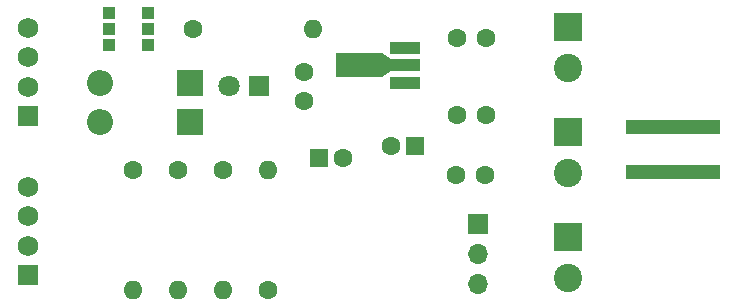
<source format=gbr>
G04 #@! TF.GenerationSoftware,KiCad,Pcbnew,(5.0.0-rc2-dev-107-g49486b83b)*
G04 #@! TF.CreationDate,2018-04-15T19:26:34+02:00*
G04 #@! TF.ProjectId,bobbycar,626F6262796361722E6B696361645F70,rev?*
G04 #@! TF.SameCoordinates,Original*
G04 #@! TF.FileFunction,Soldermask,Top*
G04 #@! TF.FilePolarity,Negative*
%FSLAX46Y46*%
G04 Gerber Fmt 4.6, Leading zero omitted, Abs format (unit mm)*
G04 Created by KiCad (PCBNEW (5.0.0-rc2-dev-107-g49486b83b)) date Sun Apr 15 19:26:34 2018*
%MOMM*%
%LPD*%
G01*
G04 APERTURE LIST*
%ADD10O,1.600000X1.600000*%
%ADD11C,1.600000*%
%ADD12O,2.200000X2.200000*%
%ADD13R,2.200000X2.200000*%
%ADD14R,2.500000X1.000000*%
%ADD15R,4.000000X2.000000*%
%ADD16C,0.750000*%
%ADD17C,0.100000*%
%ADD18R,1.700000X1.700000*%
%ADD19O,1.700000X1.700000*%
%ADD20R,1.600000X1.600000*%
%ADD21C,1.750000*%
%ADD22R,1.750000X1.750000*%
%ADD23R,2.400000X2.400000*%
%ADD24C,2.400000*%
%ADD25R,1.800000X1.800000*%
%ADD26C,1.800000*%
%ADD27R,1.000000X1.000000*%
%ADD28R,8.000000X1.270000*%
G04 APERTURE END LIST*
D10*
X123952000Y-100584000D03*
D11*
X123952000Y-110744000D03*
D12*
X109728000Y-93218000D03*
D13*
X117348000Y-93218000D03*
X117348000Y-96520000D03*
D12*
X109728000Y-96520000D03*
D14*
X135584000Y-93194000D03*
X135584000Y-91694000D03*
X135584000Y-90194000D03*
D15*
X131624000Y-91694000D03*
D16*
X133974000Y-91694000D03*
D17*
G36*
X133599000Y-90694000D02*
X134349000Y-91194000D01*
X134349000Y-92194000D01*
X133599000Y-92694000D01*
X133599000Y-90694000D01*
X133599000Y-90694000D01*
G37*
D18*
X141732000Y-105156000D03*
D19*
X141732000Y-107696000D03*
X141732000Y-110236000D03*
D11*
X139954000Y-95885000D03*
X142454000Y-95885000D03*
X120142000Y-100584000D03*
D10*
X120142000Y-110744000D03*
D11*
X117602000Y-88646000D03*
D10*
X127762000Y-88646000D03*
X112522000Y-110744000D03*
D11*
X112522000Y-100584000D03*
X116332000Y-100584000D03*
D10*
X116332000Y-110744000D03*
D11*
X130270000Y-99568000D03*
D20*
X128270000Y-99568000D03*
X136398000Y-98552000D03*
D11*
X134398000Y-98552000D03*
X139867000Y-100965000D03*
X142367000Y-100965000D03*
X127000000Y-94742000D03*
X127000000Y-92242000D03*
X142454000Y-89408000D03*
X139954000Y-89408000D03*
D21*
X103632000Y-88512000D03*
X103632000Y-91012000D03*
X103632000Y-93512000D03*
D22*
X103632000Y-96012000D03*
X103632000Y-109474000D03*
D21*
X103632000Y-106974000D03*
X103632000Y-104474000D03*
X103632000Y-101974000D03*
D23*
X149352000Y-106228000D03*
D24*
X149352000Y-109728000D03*
X149352000Y-91948000D03*
D23*
X149352000Y-88448000D03*
X149352000Y-97338000D03*
D24*
X149352000Y-100838000D03*
D25*
X123190000Y-93472000D03*
D26*
X120650000Y-93472000D03*
D27*
X110490000Y-88646000D03*
X110490000Y-87296000D03*
X110490000Y-89996000D03*
X113792000Y-89996000D03*
X113792000Y-87296000D03*
X113792000Y-88646000D03*
D28*
X158242000Y-96906000D03*
X158242000Y-100706000D03*
M02*

</source>
